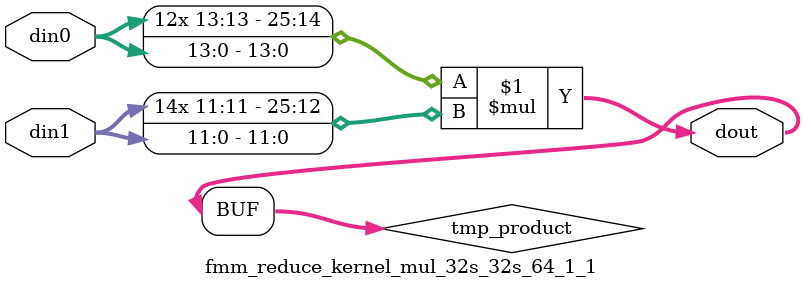
<source format=v>

`timescale 1 ns / 1 ps

 module fmm_reduce_kernel_mul_32s_32s_64_1_1(din0, din1, dout);
parameter ID = 1;
parameter NUM_STAGE = 0;
parameter din0_WIDTH = 14;
parameter din1_WIDTH = 12;
parameter dout_WIDTH = 26;

input [din0_WIDTH - 1 : 0] din0; 
input [din1_WIDTH - 1 : 0] din1; 
output [dout_WIDTH - 1 : 0] dout;

wire signed [dout_WIDTH - 1 : 0] tmp_product;



























assign tmp_product = $signed(din0) * $signed(din1);








assign dout = tmp_product;





















endmodule

</source>
